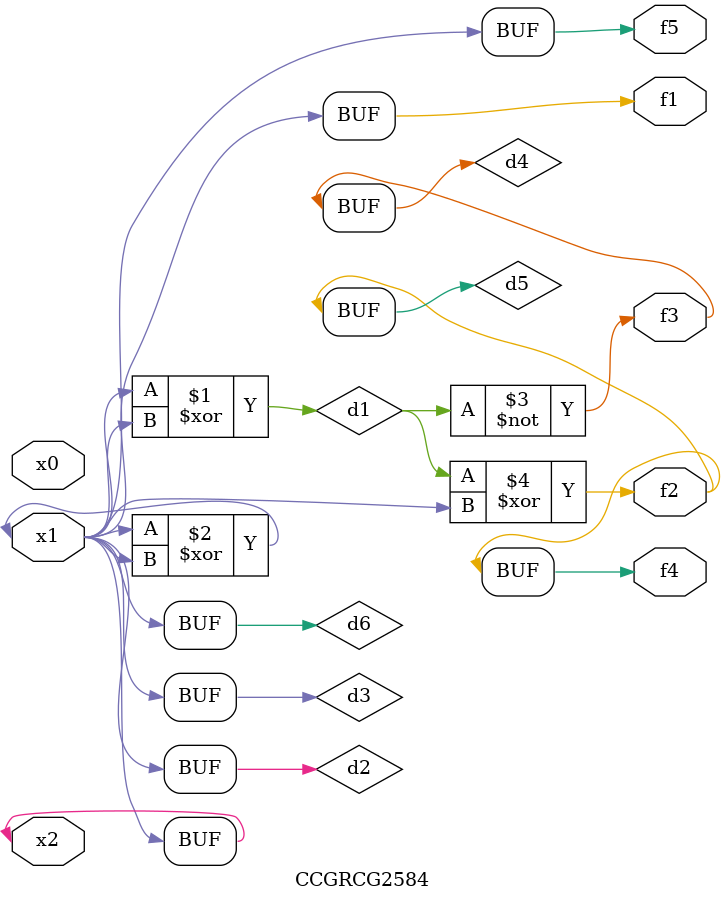
<source format=v>
module CCGRCG2584(
	input x0, x1, x2,
	output f1, f2, f3, f4, f5
);

	wire d1, d2, d3, d4, d5, d6;

	xor (d1, x1, x2);
	buf (d2, x1, x2);
	xor (d3, x1, x2);
	nor (d4, d1);
	xor (d5, d1, d2);
	buf (d6, d2, d3);
	assign f1 = d6;
	assign f2 = d5;
	assign f3 = d4;
	assign f4 = d5;
	assign f5 = d6;
endmodule

</source>
